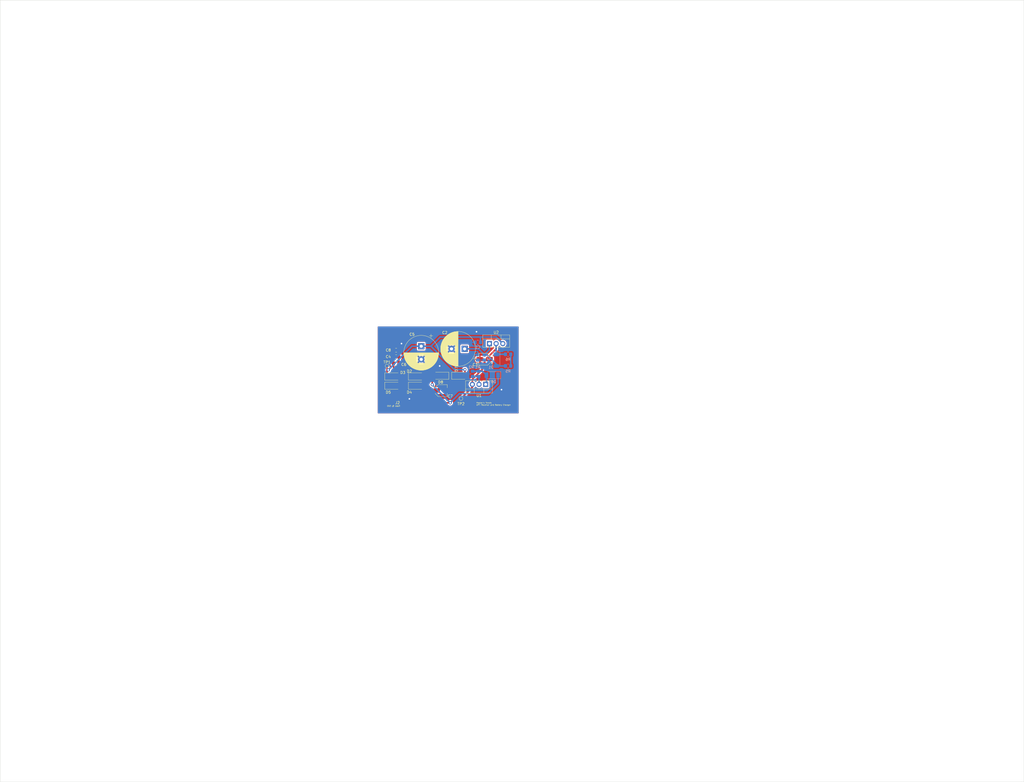
<source format=kicad_pcb>
(kicad_pcb (version 20221018) (generator pcbnew)
  (layers (0 "F.Cu" signal) (31 "B.Cu" signal) (34 "B.Paste" user) (35 "F.Paste" user) (36 "B.SilkS" user "B.Silkscreen") (37 "F.SilkS" user "F.Silkscreen") (38 "B.Mask" user) (39 "F.Mask" user) (44 "Edge.Cuts" user))
  (net 0 "")
  (net 1 "Vvreg")
  (net 2 "Bat-")
  (net 3 "Net-(D1-A)")
  (net 4 "Vcreg")
  (net 5 "IN1")
  (net 6 "Net-(D2-K)")
  (net 7 "Vmcu")
  (net 8 "IN2")
  (net 9 "Bat+")
  (net 10 "Net-(D6-A)")
  (net 11 "Net-(U1-VO)")
  (net 12 "Net-(R3-Pad1)")
  (net 13 "Net-(R5-Pad1)")
  (footprint "Diode_SMD:D_SOD-128" (layer "F.Cu") (at 130.8 95.5)
    (fp_text reference "D2" (at -2.8 -2) (layer "F.SilkS"))
    (fp_text value "D_SCHOTTKY" hide)
    (pad "1" smd roundrect (at -2.2 0) (size 1.4 2.1) (layers "F.Cu" "F.Paste" "F.Mask") (roundrect_rratio 0.1785714286) (net 6 "Net-(D2-K)"))
    (pad "2" smd roundrect (at 2.2 0) (size 1.4 2.1) (layers "F.Cu" "F.Paste" "F.Mask") (roundrect_rratio 0.1785714286) (net 2 "Bat-"))
  )
  (footprint "Capacitor_SMD:C_0805_2012Metric_Pad1.18x1.45mm_HandSolder" (layer "F.Cu") (at 122.9625 85.5)
    (fp_text reference "C8" (at -2.9625 0) (layer "F.SilkS"))
    (fp_text value "68n" hide)
    (pad "1" smd roundrect (at -1.0375 0) (size 1.175 1.45) (layers "F.Cu" "F.Paste" "F.Mask") (roundrect_rratio 0.2127659574) (net 5 "IN1"))
    (pad "2" smd roundrect (at 1.0375 0) (size 1.175 1.45) (layers "F.Cu" "F.Paste" "F.Mask") (roundrect_rratio 0.2127659574) (net 6 "Net-(D2-K)"))
  )
  (footprint "Package_TO_SOT_THT:TO-220-3_Vertical" (layer "F.Cu") (at 158.42 83)
    (fp_text reference "U2" (at 2.54 -4.27) (layer "F.SilkS"))
    (fp_text value "LM317_SOT-223" hide)
    (pad "1" thru_hole rect (at 0 0) (size 1.905 2) (drill 1.1) (layers "*.Cu" "*.Mask") (net 3 "Net-(D1-A)"))
    (pad "2" thru_hole oval (at 2.54 0) (size 1.905 2) (drill 1.1) (layers "*.Cu" "*.Mask") (net 4 "Vcreg"))
    (pad "3" thru_hole oval (at 5.08 0) (size 1.905 2) (drill 1.1) (layers "*.Cu" "*.Mask") (net 1 "Vvreg"))
  )
  (footprint "Diode_SMD:D_SOD-128" (layer "F.Cu") (at 121.8 95.5)
    (fp_text reference "D3" (at 3.7 -1.5) (layer "F.SilkS"))
    (fp_text value "D_SCHOTTKY" hide)
    (pad "1" smd roundrect (at -2.2 0) (size 1.4 2.1) (layers "F.Cu" "F.Paste" "F.Mask") (roundrect_rratio 0.1785714286) (net 1 "Vvreg"))
    (pad "2" smd roundrect (at 2.2 0) (size 1.4 2.1) (layers "F.Cu" "F.Paste" "F.Mask") (roundrect_rratio 0.1785714286) (net 6 "Net-(D2-K)"))
  )
  (footprint "TestPoint:TestPoint_Pad_D1.0mm" (layer "F.Cu") (at 119.5 91.5)
    (fp_text reference "TP1" (at 0 -1.448) (layer "F.SilkS"))
    (fp_text value "TestPoint" hide)
    (pad "1" smd circle (at 0 0) (size 1 1) (layers "F.Cu" "F.Mask") (net 1 "Vvreg"))
  )
  (footprint "Capacitor_SMD:C_0805_2012Metric_Pad1.18x1.45mm_HandSolder" (layer "F.Cu") (at 122.9625 88)
    (fp_text reference "C4" (at -2.9625 0) (layer "F.SilkS"))
    (fp_text value "22n" hide)
    (pad "1" smd roundrect (at -1.0375 0) (size 1.175 1.45) (layers "F.Cu" "F.Paste" "F.Mask") (roundrect_rratio 0.2127659574) (net 5 "IN1"))
    (pad "2" smd roundrect (at 1.0375 0) (size 1.175 1.45) (layers "F.Cu" "F.Paste" "F.Mask") (roundrect_rratio 0.2127659574) (net 6 "Net-(D2-K)"))
  )
  (footprint "Capacitor_THT:CP_Radial_D13.0mm_P5.00mm" (layer "F.Cu") (at 149 85 180)
    (fp_text reference "C2" (at 7.55 6.15) (layer "F.SilkS"))
    (fp_text value "10u" hide)
    (pad "1" thru_hole rect (at 0 0 180) (size 2.4 2.4) (drill 1.2) (layers "*.Cu" "*.Mask") (net 3 "Net-(D1-A)"))
    (pad "2" thru_hole circle (at 5 0 180) (size 2.4 2.4) (drill 1.2) (layers "*.Cu" "*.Mask") (net 2 "Bat-"))
  )
  (footprint "Connector_Wire:SolderWirePad_1x01_SMD_1x2mm" (layer "F.Cu") (at 136 105.5 180)
    (fp_text reference "J6" hide)
    (fp_text value "GNDMCU" hide)
    (pad "1" smd roundrect (at 0 0 180) (size 1 2) (layers "F.Cu" "F.Paste" "F.Mask") (net 2 "Bat-"))
  )
  (footprint "Diode_SMD:D_SOD-128" (layer "F.Cu") (at 139.85 95.2 180)
    (fp_text reference "D8" (at 0 -2.45) (layer "F.SilkS"))
    (fp_text value "D_SCHOTTKY" hide)
    (pad "1" smd roundrect (at -2.2 0 180) (size 1.4 2.1) (layers "F.Cu" "F.Paste" "F.Mask") (roundrect_rratio 0.1785714286) (net 7 "Vmcu"))
    (pad "2" smd roundrect (at 2.2 0 180) (size 1.4 2.1) (layers "F.Cu" "F.Paste" "F.Mask") (roundrect_rratio 0.1785714286) (net 9 "Bat+"))
  )
  (footprint "Capacitor_SMD:CP_Elec_4x5.4" (layer "F.Cu") (at 140.1 100.85)
    (fp_text reference "C7" (at 3.4 2.15) (layer "F.SilkS"))
    (fp_text value "1u" hide)
    (pad "1" smd roundrect (at -1.8 0) (size 2.6 1.6) (layers "F.Cu" "F.Paste" "F.Mask") (roundrect_rratio 0.15625) (net 7 "Vmcu"))
    (pad "2" smd roundrect (at 1.8 0) (size 2.6 1.6) (layers "F.Cu" "F.Paste" "F.Mask") (roundrect_rratio 0.15625) (net 2 "Bat-"))
  )
  (footprint "Connector_Wire:SolderWirePad_1x01_SMD_1x2mm" (layer "F.Cu") (at 133.5 105.5 180)
    (fp_text reference "J5" hide)
    (fp_text value "VMCU")
    (pad "1" smd roundrect (at 0 0 180) (size 1 2) (layers "F.Cu" "F.Paste" "F.Mask") (net 7 "Vmcu"))
  )
  (footprint "Capacitor_SMD:CP_Elec_4x5.4" (layer "F.Cu") (at 156.6 88.9 180)
    (fp_text reference "C3" (at 3.6 -2.1) (layer "F.SilkS"))
    (fp_text value "1u" hide)
    (pad "1" smd roundrect (at -1.8 0 180) (size 2.6 1.6) (layers "F.Cu" "F.Paste" "F.Mask") (roundrect_rratio 0.15625) (net 4 "Vcreg"))
    (pad "2" smd roundrect (at 1.8 0 180) (size 2.6 1.6) (layers "F.Cu" "F.Paste" "F.Mask") (roundrect_rratio 0.15625) (net 2 "Bat-"))
  )
  (footprint "Connector_Wire:SolderWirePad_1x01_SMD_1x2mm" (layer "F.Cu") (at 122.14 103)
    (fp_text reference "J1" hide)
    (fp_text value "COIL1" hide)
    (pad "1" smd roundrect (at 0 0) (size 1 2) (layers "F.Cu" "F.Paste" "F.Mask") (net 5 "IN1"))
  )
  (footprint "Connector_Wire:SolderWirePad_1x01_SMD_1x2mm" (layer "F.Cu") (at 124.5 103)
    (fp_text reference "J2" (at -1 2.5) (layer "F.SilkS"))
    (fp_text value "COIL2" hide)
    (pad "1" smd roundrect (at 0 0) (size 1 2) (layers "F.Cu" "F.Paste" "F.Mask") (net 8 "IN2"))
  )
  (footprint "Diode_SMD:D_SOD-128" (layer "F.Cu") (at 130.8 99)
    (fp_text reference "D4" (at -2.8 2.5) (layer "F.SilkS"))
    (fp_text value "D_SCHOTTKY" hide)
    (pad "1" smd roundrect (at -2.2 0) (size 1.4 2.1) (layers "F.Cu" "F.Paste" "F.Mask") (roundrect_rratio 0.1785714286) (net 8 "IN2"))
    (pad "2" smd roundrect (at 2.2 0) (size 1.4 2.1) (layers "F.Cu" "F.Paste" "F.Mask") (roundrect_rratio 0.1785714286) (net 2 "Bat-"))
  )
  (footprint "Diode_SMD:D_SOD-128" (layer "F.Cu") (at 147.2 95.2)
    (fp_text reference "D7" (at -1.3 -2.5 90) (layer "F.SilkS"))
    (fp_text value "D_SCHOTTKY" hide)
    (pad "1" smd roundrect (at -2.2 0) (size 1.4 2.1) (layers "F.Cu" "F.Paste" "F.Mask") (roundrect_rratio 0.1785714286) (net 7 "Vmcu"))
    (pad "2" smd roundrect (at 2.2 0) (size 1.4 2.1) (layers "F.Cu" "F.Paste" "F.Mask") (roundrect_rratio 0.1785714286) (net 1 "Vvreg"))
  )
  (footprint "Capacitor_THT:CP_Radial_D13.0mm_P5.00mm" (layer "F.Cu") (at 132.5 84 -90)
    (fp_text reference "C5" (at -4.5 3.5) (layer "F.SilkS"))
    (fp_text value "68u" hide)
    (pad "1" thru_hole rect (at 0 0 270) (size 2.4 2.4) (drill 1.2) (layers "*.Cu" "*.Mask") (net 1 "Vvreg"))
    (pad "2" thru_hole circle (at 5 0 270) (size 2.4 2.4) (drill 1.2) (layers "*.Cu" "*.Mask") (net 2 "Bat-"))
  )
  (footprint "Connector_Wire:SolderWirePad_1x01_SMD_1x2mm" (layer "F.Cu") (at 141 105.5 180)
    (fp_text reference "J3" hide)
    (fp_text value "+BAT")
    (pad "1" smd roundrect (at 0 0 180) (size 1 2) (layers "F.Cu" "F.Paste" "F.Mask") (net 9 "Bat+"))
  )
  (footprint "Capacitor_SMD:C_0805_2012Metric_Pad1.18x1.45mm_HandSolder" (layer "F.Cu") (at 122.9625 90.5)
    (fp_text reference "C6" (at 2.9375 0.45) (layer "F.SilkS"))
    (fp_text value "6.8n" hide)
    (pad "1" smd roundrect (at -1.0375 0) (size 1.175 1.45) (layers "F.Cu" "F.Paste" "F.Mask") (roundrect_rratio 0.2127659574) (net 5 "IN1"))
    (pad "2" smd roundrect (at 1.0375 0) (size 1.175 1.45) (layers "F.Cu" "F.Paste" "F.Mask") (roundrect_rratio 0.2127659574) (net 6 "Net-(D2-K)"))
  )
  (footprint "Connector_Wire:SolderWirePad_1x01_SMD_1x2mm" (layer "F.Cu") (at 138.5 105.5 180)
    (fp_text reference "J4" hide)
    (fp_text value "-BAT" hide)
    (pad "1" smd roundrect (at 0 0 180) (size 1 2) (layers "F.Cu" "F.Paste" "F.Mask") (net 2 "Bat-"))
  )
  (footprint "TestPoint:TestPoint_Pad_D1.0mm" (layer "F.Cu") (at 147.6 103.9)
    (fp_text reference "TP2" (at 0 2) (layer "F.SilkS"))
    (fp_text value "TestPoint" hide)
    (pad "1" smd circle (at 0 0) (size 1 1) (layers "F.Cu" "F.Mask") (net 4 "Vcreg"))
  )
  (footprint "Diode_SMD:D_SOD-128" (layer "F.Cu") (at 121.8 99)
    (fp_text reference "D5" (at -1.8 2.5) (layer "F.SilkS"))
    (fp_text value "D_SCHOTTKY" hide)
    (pad "1" smd roundrect (at -2.2 0) (size 1.4 2.1) (layers "F.Cu" "F.Paste" "F.Mask") (roundrect_rratio 0.1785714286) (net 1 "Vvreg"))
    (pad "2" smd roundrect (at 2.2 0) (size 1.4 2.1) (layers "F.Cu" "F.Paste" "F.Mask") (roundrect_rratio 0.1785714286) (net 8 "IN2"))
  )
  (footprint "Package_TO_SOT_THT:TO-220-3_Vertical" (layer "F.Cu") (at 157 98.5 180)
    (fp_text reference "U1" (at 2.54 -4.27 180) (layer "F.SilkS"))
    (fp_text value "LM317_SOT-223" hide)
    (pad "1" thru_hole rect (at 0 0 180) (size 1.905 2) (drill 1.1) (layers "*.Cu" "*.Mask") (net 10 "Net-(D6-A)"))
    (pad "2" thru_hole oval (at 2.54 0 180) (size 1.905 2) (drill 1.1) (layers "*.Cu" "*.Mask") (net 11 "Net-(U1-VO)"))
    (pad "3" thru_hole oval (at 5.08 0 180) (size 1.905 2) (drill 1.1) (layers "*.Cu" "*.Mask") (net 4 "Vcreg"))
  )
  (footprint "Resistor_SMD:R_0805_2012Metric_Pad1.20x1.40mm_HandSolder" (layer "B.Cu") (at 152 94.5 90)
    (fp_text reference "R2" (at 2.5 -0.5 180) (layer "B.SilkS") (effects (justify mirror)))
    (fp_text value "8.2" hide)
    (pad "1" smd roundrect (at -1 0 90) (size 1.2 1.4) (layers "B.Cu" "B.Paste" "B.Mask") (roundrect_rratio 0.2083333333) (net 11 "Net-(U1-VO)"))
    (pad "2" smd roundrect (at 1 0 90) (size 1.2 1.4) (layers "B.Cu" "B.Paste" "B.Mask") (roundrect_rratio 0.2083333333) (net 10 "Net-(D6-A)"))
  )
  (footprint "Resistor_SMD:R_0805_2012Metric_Pad1.20x1.40mm_HandSolder" (layer "B.Cu") (at 154 88.25 90)
    (fp_text reference "R4" hide)
    (fp_text value "820" hide)
    (pad "1" smd roundrect (at -1 0 90) (size 1.2 1.4) (layers "B.Cu" "B.Paste" "B.Mask") (roundrect_rratio 0.2083333333) (net 12 "Net-(R3-Pad1)"))
    (pad "2" smd roundrect (at 1 0 90) (size 1.2 1.4) (layers "B.Cu" "B.Paste" "B.Mask") (roundrect_rratio 0.2083333333) (net 2 "Bat-"))
  )
  (footprint "Resistor_SMD:R_0805_2012Metric_Pad1.20x1.40mm_HandSolder" (layer "B.Cu") (at 154.3 94.5 90)
    (fp_text reference "R1" (at 2.5 -0.3 180) (layer "B.SilkS") (effects (justify mirror)))
    (fp_text value "8.2" hide)
    (pad "1" smd roundrect (at -1 0 90) (size 1.2 1.4) (layers "B.Cu" "B.Paste" "B.Mask") (roundrect_rratio 0.2083333333) (net 11 "Net-(U1-VO)"))
    (pad "2" smd roundrect (at 1 0 90) (size 1.2 1.4) (layers "B.Cu" "B.Paste" "B.Mask") (roundrect_rratio 0.2083333333) (net 10 "Net-(D6-A)"))
  )
  (footprint "Resistor_SMD:R_0805_2012Metric_Pad1.20x1.40mm_HandSolder" (layer "B.Cu") (at 165.5 91.5 180)
    (fp_text reference "R5" (at 0 -2) (layer "B.SilkS") (effects (justify mirror)))
    (fp_text value "120" hide)
    (pad "1" smd roundrect (at -1 0 180) (size 1.2 1.4) (layers "B.Cu" "B.Paste" "B.Mask") (roundrect_rratio 0.2083333333) (net 13 "Net-(R5-Pad1)"))
    (pad "2" smd roundrect (at 1 0 180) (size 1.2 1.4) (layers "B.Cu" "B.Paste" "B.Mask") (roundrect_rratio 0.2083333333) (net 3 "Net-(D1-A)"))
  )
  (footprint "Diode_SMD:D_SOD-128" (layer "B.Cu") (at 159.5 95 180)
    (fp_text reference "D6" (at -0.5 -2.5) (layer "B.SilkS") (effects (justify mirror)))
    (fp_text value "D_SCHOTTKY" hide)
    (pad "1" smd roundrect (at -2.2 0 180) (size 1.4 2.1) (layers "B.Cu" "B.Paste" "B.Mask") (roundrect_rratio 0.1785714286) (net 9 "Bat+"))
    (pad "2" smd roundrect (at 2.2 0 180) (size 1.4 2.1) (layers "B.Cu" "B.Paste" "B.Mask") (roundrect_rratio 0.1785714286) (net 10 "Net-(D6-A)"))
  )
  (footprint "Resistor_SMD:R_0805_2012Metric_Pad1.20x1.40mm_HandSolder" (layer "B.Cu") (at 156.5 88.25 90)
    (fp_text reference "R3" (at 0 1.65 90) (layer "B.SilkS") (effects (justify mirror)))
    (fp_text value "2.7k" hide)
    (pad "1" smd roundrect (at -1 0 90) (size 1.2 1.4) (layers "B.Cu" "B.Paste" "B.Mask") (roundrect_rratio 0.2083333333) (net 12 "Net-(R3-Pad1)"))
    (pad "2" smd roundrect (at 1 0 90) (size 1.2 1.4) (layers "B.Cu" "B.Paste" "B.Mask") (roundrect_rratio 0.2083333333) (net 3 "Net-(D1-A)"))
  )
  (footprint "Diode_SMD:D_SOD-128" (layer "B.Cu") (at 161.05 89.3 -90)
    (fp_text reference "D1" (at 2.7 2.05 -180) (layer "B.SilkS") (effects (justify mirror)))
    (fp_text value "D_SCHOTTKY" hide)
    (pad "1" smd roundrect (at -2.2 0 270) (size 1.4 2.1) (layers "B.Cu" "B.Paste" "B.Mask") (roundrect_rratio 0.1785714286) (net 4 "Vcreg"))
    (pad "2" smd roundrect (at 2.2 0 270) (size 1.4 2.1) (layers "B.Cu" "B.Paste" "B.Mask") (roundrect_rratio 0.1785714286) (net 3 "Net-(D1-A)"))
  )
  (footprint "Resistor_SMD:R_0805_2012Metric_Pad1.20x1.40mm_HandSolder" (layer "B.Cu") (at 165.5 87.05 180)
    (fp_text reference "R6" (at 0 -1.95) (layer "B.SilkS") (effects (justify mirror)))
    (fp_text value "120" hide)
    (pad "1" smd roundrect (at -1 0 180) (size 1.2 1.4) (layers "B.Cu" "B.Paste" "B.Mask") (roundrect_rratio 0.2083333333) (net 13 "Net-(R5-Pad1)"))
    (pad "2" smd roundrect (at 1 0 180) (size 1.2 1.4) (layers "B.Cu" "B.Paste" "B.Mask") (roundrect_rratio 0.2083333333) (net 4 "Vcreg"))
  )
  (footprint "Capacitor_SMD:C_0805_2012Metric_Pad1.18x1.45mm_HandSolder" (layer "B.Cu") (at 154 82.5 180)
    (fp_text reference "C1" (at 0.0125 -1.85) (layer "B.SilkS") (effects (justify mirror)))
    (fp_text value "0.1u" hide)
    (pad "1" smd roundrect (at -1.0375 0 180) (size 1.175 1.45) (layers "B.Cu" "B.Paste" "B.Mask") (roundrect_rratio 0.2127659574) (net 1 "Vvreg"))
    (pad "2" smd roundrect (at 1.0375 0 180) (size 1.175 1.45) (layers "B.Cu" "B.Paste" "B.Mask") (roundrect_rratio 0.2127659574) (net 2 "Bat-"))
  )
  (gr_rect (start -27.5 -47.5) (end 361.5 249.5) (stroke (width 0.1)) (fill none) (layer "Edge.Cuts"))
  (gr_text "Made By SVD" (at 119.5 107) (layer "F.SilkS") (effects (font (size 0.5 0.5) (thickness 0.08)) (justify right bottom mirror)))
  (gr_text "Master's Thesis\nWPT Receiver and Battery Charger" (at 153.4 106.6) (layer "F.SilkS") (effects (font (size 0.5 0.5) (thickness 0.08)) (justify left bottom)))
  (segment (start 149.1 94.9) (end 149.4 95.2) (width 0.6) (layer "F.Cu") (net 1))
  (segment (start 119.5 93.3) (end 119.5 91.5) (width 0.6) (layer "F.Cu") (net 1))
  (segment (start 149.1 92.9) (end 149.1 94.9) (width 0.6) (layer "F.Cu") (net 1))
  (segment (start 119.6 93.4) (end 119.5 93.3) (width 0.25) (layer "F.Cu") (net 1))
  (segment (start 119.5 93.3) (end 119.5 95.4) (width 0.6) (layer "F.Cu") (net 1))
  (segment (start 119.6 95.5) (end 119.6 99) (width 0.6) (layer "F.Cu") (net 1))
  (segment (start 120 93) (end 119.6 93.4) (width 0.6) (layer "F.Cu") (net 1))
  (segment (start 119.5 95.4) (end 119.6 95.5) (width 0.6) (layer "F.Cu") (net 1))
  (via (at 149.1 92.9) (size 1.2) (drill 0.6) (layers "F.Cu" "B.Cu") (net 1))
  (via (at 120 93) (size 1.2) (drill 0.6) (layers "F.Cu" "B.Cu") (net 1))
  (segment (start 136.2 84) (end 139.7 80.5) (width 0.6) (layer "B.Cu") (net 1))
  (segment (start 161 80.5) (end 163.5 83) (width 0.6) (layer "B.Cu") (net 1))
  (segment (start 132.5 84) (end 136.2 84) (width 0.6) (layer "B.Cu") (net 1))
  (segment (start 139.7 80.5) (end 161 80.5) (width 0.6) (layer "B.Cu") (net 1))
  (segment (start 145.1 92.9) (end 149.1 92.9) (width 0.6) (layer "B.Cu") (net 1))
  (segment (start 155.0375 80.5375) (end 155.0375 82.5) (width 0.6) (layer "B.Cu") (net 1))
  (segment (start 120 93) (end 129 84) (width 0.6) (layer "B.Cu") (net 1))
  (segment (start 129 84) (end 132.5 84) (width 0.6) (layer "B.Cu") (net 1))
  (segment (start 136.2 84) (end 145.1 92.9) (width 0.6) (layer "B.Cu") (net 1))
  (via (at 125 83) (size 1.2) (drill 0.6) (layers "F.Cu" "B.Cu") (net 2))
  (via (at 128 104) (size 1.2) (drill 0.6) (layers "F.Cu" "B.Cu") (net 2))
  (via (at 163 100.5) (size 1.2) (drill 0.6) (layers "F.Cu" "B.Cu") (net 2))
  (via (at 153.5 78.5) (size 1.2) (drill 0.6) (layers "F.Cu" "B.Cu") (net 2))
  (via (at 139.5 91.5) (size 1.2) (drill 0.6) (layers "F.Cu" "B.Cu") (net 2))
  (segment (start 156.5 87.25) (end 154.25 85) (width 0.6) (layer "B.Cu") (net 3))
  (segment (start 161.05 91.5) (end 161.05 90.85) (width 0.6) (layer "B.Cu") (net 3))
  (segment (start 157.45 87.25) (end 156.5 87.25) (width 0.6) (layer "B.Cu") (net 3))
  (segment (start 158.42 83) (end 158.42 85.33) (width 0.6) (layer "B.Cu") (net 3))
  (segment (start 154.25 85) (end 149 85) (width 0.6) (layer "B.Cu") (net 3))
  (segment (start 158.42 85.33) (end 156.5 87.25) (width 0.6) (layer "B.Cu") (net 3))
  (segment (start 164.5 91.5) (end 161.05 91.5) (width 0.6) (layer "B.Cu") (net 3))
  (segment (start 161.05 90.85) (end 157.45 87.25) (width 0.6) (layer "B.Cu") (net 3))
  (segment (start 158.4 88.9) (end 158.4 87.6) (width 0.6) (layer "F.Cu") (net 4))
  (segment (start 151.92 99.58) (end 147.6 103.9) (width 0.6) (layer "F.Cu") (net 4))
  (segment (start 160.96 85.04) (end 160.96 83) (width 0.6) (layer "F.Cu") (net 4))
  (segment (start 158.4 90.1) (end 158.4 88.9) (width 0.6) (layer "F.Cu") (net 4))
  (segment (start 151.92 98.5) (end 151.92 96.58) (width 0.6) (layer "F.Cu") (net 4))
  (segment (start 151.92 98.5) (end 151.92 99.58) (width 0.6) (layer "F.Cu") (net 4))
  (segment (start 151.92 96.58) (end 158.4 90.1) (width 0.6) (layer "F.Cu") (net 4))
  (segment (start 158.4 87.6) (end 160.96 85.04) (width 0.6) (layer "F.Cu") (net 4))
  (segment (start 164.5 87.05) (end 161.1 87.05) (width 0.6) (layer "B.Cu") (net 4))
  (segment (start 161.05 87.1) (end 161.09 87.06) (width 0.25) (layer "B.Cu") (net 4))
  (segment (start 160.96 83) (end 160.96 86.91) (width 0.6) (layer "B.Cu") (net 4))
  (segment (start 160.96 86.91) (end 161.1 87.05) (width 0.6) (layer "B.Cu") (net 4))
  (segment (start 121.925 85.5) (end 121.925 90.5) (width 0.6) (layer "F.Cu") (net 5))
  (segment (start 122.14 103) (end 122.14 101.5) (width 0.6) (layer "F.Cu") (net 5))
  (segment (start 122 90.575) (end 121.925 90.5) (width 0.6) (layer "F.Cu") (net 5))
  (segment (start 122.14 101.5) (end 121.5 100.86) (width 0.6) (layer "F.Cu") (net 5))
  (segment (start 122 93.5) (end 122 90.575) (width 0.6) (layer "F.Cu") (net 5))
  (segment (start 121.5 94) (end 122 93.5) (width 0.6) (layer "F.Cu") (net 5))
  (segment (start 121.5 100.86) (end 121.5 94) (width 0.6) (layer "F.Cu") (net 5))
  (segment (start 124 95.5) (end 128.6 95.5) (width 0.6) (layer "F.Cu") (net 6))
  (segment (start 124 95.5) (end 124 85.5) (width 0.6) (layer "F.Cu") (net 6))
  (segment (start 142.05 95.2) (end 145 95.2) (width 0.6) (layer "F.Cu") (net 7))
  (segment (start 138.15 100.85) (end 133.5 105.5) (width 0.6) (layer "F.Cu") (net 7))
  (segment (start 142.05 95.2) (end 142.05 97.1) (width 0.6) (layer "F.Cu") (net 7))
  (segment (start 138.3 100.85) (end 138.15 100.85) (width 0.6) (layer "F.Cu") (net 7))
  (segment (start 142.05 97.1) (end 138.3 100.85) (width 0.6) (layer "F.Cu") (net 7))
  (segment (start 124 99) (end 128.6 99) (width 0.6) (layer "F.Cu") (net 8))
  (segment (start 124.5 103) (end 124.5 99.5) (width 0.6) (layer "F.Cu") (net 8))
  (segment (start 124.5 99.5) (end 124 99) (width 0.6) (layer "F.Cu") (net 8))
  (segment (start 141 105.5) (end 143.5 105.5) (width 0.6) (layer "F.Cu") (net 9))
  (segment (start 136.7 96.15) (end 137.65 95.2) (width 0.6) (layer "F.Cu") (net 9))
  (segment (start 136.7 98.6) (end 136.7 96.15) (width 0.6) (layer "F.Cu") (net 9))
  (via (at 143.5 105.5) (size 1.2) (drill 0.6) (layers "F.Cu" "B.Cu") (net 9))
  (via (at 136.7 98.6) (size 1.2) (drill 0.6) (layers "F.Cu" "B.Cu") (net 9))
  (segment (start 143.5 105.5) (end 136.7 98.7) (width 0.6) (layer "B.Cu") (net 9))
  (segment (start 147 102) (end 158 102) (width 0.6) (layer "B.Cu") (net 9))
  (segment (start 136.7 98.7) (end 136.7 98.6) (width 0.6) (layer "B.Cu") (net 9))
  (segment (start 143.5 105.5) (end 147 102) (width 0.6) (layer "B.Cu") (net 9))
  (segment (start 161.7 98.3) (end 161.7 95) (width 0.6) (layer "B.Cu") (net 9))
  (segment (start 158 102) (end 161.7 98.3) (width 0.6) (layer "B.Cu") (net 9))
  (segment (start 155.8 93.5) (end 157.3 95) (width 0.6) (layer "B.Cu") (net 10))
  (segment (start 152 93.5) (end 155.8 93.5) (width 0.6) (layer "B.Cu") (net 10))
  (segment (start 157 98.5) (end 157.3 98.2) (width 0.6) (layer "B.Cu") (net 10))
  (segment (start 157.3 98.2) (end 157.3 95) (width 0.6) (layer "B.Cu") (net 10))
  (segment (start 152 95.5) (end 154.3 95.5) (width 0.6) (layer "B.Cu") (net 11))
  (segment (start 154.46 95.66) (end 154.3 95.5) (width 0.6) (layer "B.Cu") (net 11))
  (segment (start 154.46 98.5) (end 154.46 95.66) (width 0.6) (layer "B.Cu") (net 11))
  (segment (start 156.5 89.25) (end 154 89.25) (width 0.25) (layer "B.Cu") (net 12))
  (segment (start 166.5 91.5) (end 166.5 87.05) (width 0.6) (layer "B.Cu") (net 13))
  (zone (net 2) (net_name "Bat-") (layers "F&B.Cu") (connect_pads (clearance 0.5)) (min_thickness 0.25) (fill yes (thermal_gap 0.5) (thermal_bridge_width 0.5))
    (polygon (pts (xy 116 76.5) (xy 169.5 76.5) (xy 169.5 109.5) (xy 116 109.5)))
  )
)
</source>
